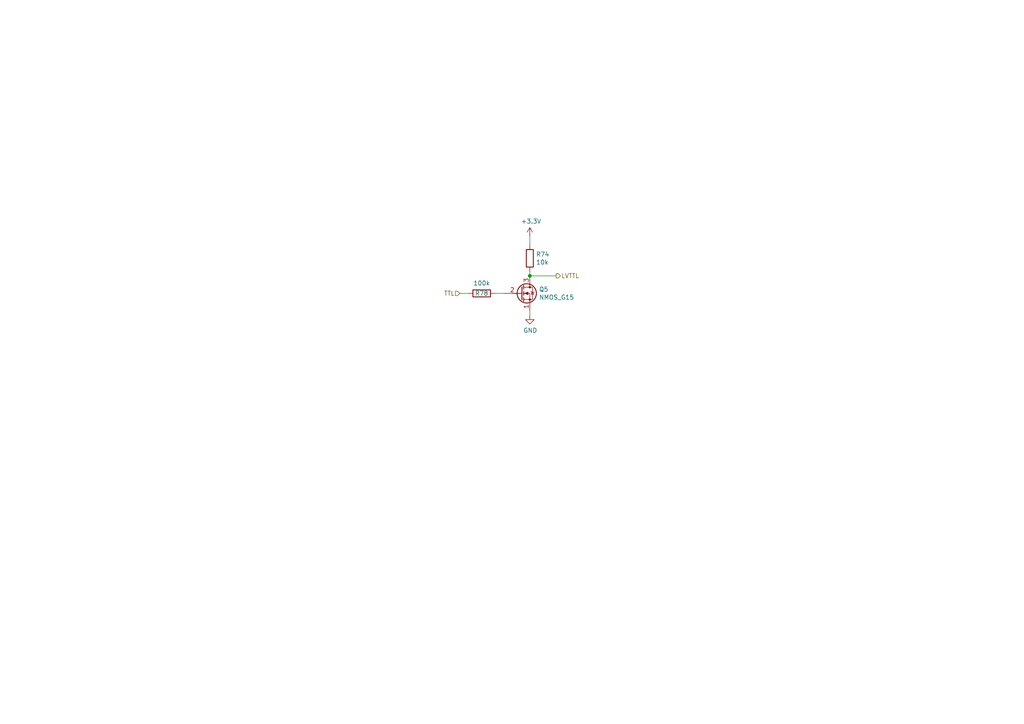
<source format=kicad_sch>
(kicad_sch (version 20211123) (generator eeschema)
  (paper "A4")
  (lib_symbols
    (symbol "Device:Q_NMOS_SGD" (pin_names (offset 0) hide)
      (property "Reference" "Q" (at 5.08 1.27 0))
      (property "Value" "Q_NMOS_SGD" (at 5.08 -1.27 0))
      (symbol "Q_NMOS_SGD_0_1"
        (polyline (pts (xy 0.254 0) (xy -2.54 0)))
        (polyline (pts (xy 0.254 1.905) (xy 0.254 -1.905)) (stroke (width 0.254)))
        (polyline (pts (xy 0.762 -1.27) (xy 0.762 -2.286)) (stroke (width 0.254)))
        (polyline (pts (xy 0.762 0.508) (xy 0.762 -0.508)) (stroke (width 0.254)))
        (polyline (pts (xy 0.762 2.286) (xy 0.762 1.27)) (stroke (width 0.254)))
        (polyline (pts (xy 2.54 2.54) (xy 2.54 1.778)))
        (polyline (pts (xy 2.54 -2.54) (xy 2.54 0) (xy 0.762 0)))
        (polyline (pts (xy 0.762 -1.778) (xy 3.302 -1.778) (xy 3.302 1.778) (xy 0.762 1.778)))
        (polyline (pts (xy 1.016 0) (xy 2.032 0.381) (xy 2.032 -0.381) (xy 1.016 0)) (fill (type outline)))
        (polyline (pts (xy 2.794 0.508) (xy 2.921 0.381) (xy 3.683 0.381) (xy 3.81 0.254)))
        (polyline (pts (xy 3.302 0.381) (xy 2.921 -0.254) (xy 3.683 -0.254) (xy 3.302 0.381)))
        (circle (center 1.651 0) (radius 2.794) (stroke (width 0.254)))
        (circle (center 2.54 -1.778) (radius 0.254) (fill (type outline)))
        (circle (center 2.54 1.778) (radius 0.254) (fill (type outline)))
      )
      (symbol "Q_NMOS_SGD_1_1"
        (pin passive line (at 2.54 -5.08 90) (length 2.54) (name "S") (number "1"))
        (pin input line (at -5.08 0 0) (length 5.08) (name "G") (number "2"))
        (pin passive line (at 2.54 5.08 270) (length 2.54) (name "D") (number "3"))
      )
    )
    (symbol "Device:R" (pin_numbers hide) (pin_names (offset 0))
      (property "Reference" "R" (at 2.032 0 90))
      (property "Value" "R" (at 0 0 90))
      (symbol "R_0_1"
        (rectangle (start -1.016 -2.54) (end 1.016 2.54) (stroke (width 0.254)))
      )
      (symbol "R_1_1"
        (pin passive line (at 0 3.81 270) (length 1.27) (name "~") (number "1"))
        (pin passive line (at 0 -3.81 90) (length 1.27) (name "~") (number "2"))
      )
    )
    (symbol "power:+3.3V" (power) (pin_names (offset 0))
      (property "Value" "+3.3V" (at 0 3.556 0))
      (symbol "+3.3V_0_1"
        (polyline (pts (xy -0.762 1.27) (xy 0 2.54)))
        (polyline (pts (xy 0 0) (xy 0 2.54)))
        (polyline (pts (xy 0 2.54) (xy 0.762 1.27)))
      )
      (symbol "+3.3V_1_1"
        (pin power_in line (at 0 0 90) (length 0) hide (name "+3.3V") (number "1"))
      )
    )
    (symbol "power:GND" (power) (pin_names (offset 0))
      (property "Value" "GND" (at 0 -3.81 0))
      (symbol "GND_0_1"
        (polyline (pts (xy 0 0) (xy 0 -1.27) (xy 1.27 -1.27) (xy 0 -2.54) (xy -1.27 -1.27) (xy 0 -1.27)))
      )
      (symbol "GND_1_1"
        (pin power_in line (at 0 0 270) (length 0) hide (name "GND") (number "1"))
      )
    )
  )
  (junction (at 153.67 80.01))
  (wire (pts (xy 161.29 80.01) (xy 153.67 80.01)))
  (wire (pts (xy 133.35 85.09) (xy 135.89 85.09)))
  (wire (pts (xy 153.67 91.44) (xy 153.67 90.17)))
  (wire (pts (xy 153.67 78.74) (xy 153.67 80.01)))
  (wire (pts (xy 153.67 71.12) (xy 153.67 68.58)))
  (wire (pts (xy 143.51 85.09) (xy 146.05 85.09)))
  (hierarchical_label "LVTTL" (shape output) (at 161.29 80.01 0))
  (hierarchical_label "TTL" (shape input) (at 133.35 85.09 180))
  (symbol (lib_id "Device:R") (at 153.67 74.93 0) (unit 1)
    (property "Reference" "R74" (at 155.448 73.7616 0) (effects (justify left)))
    (property "Value" "10k" (at 155.448 76.073 0) (effects (justify left)))
  )
  (symbol (lib_id "Device:Q_NMOS_SGD") (at 151.13 85.09 0) (unit 1)
    (property "Reference" "Q5" (at 156.337 83.9216 0) (effects (justify left)))
    (property "Value" "NMOS_G15" (at 156.337 86.233 0) (effects (justify left)))
  )
  (symbol (lib_id "power:GND") (at 153.67 91.44 0) (unit 1)
    (property "Reference" "#PWR?" (effects hide))
    (property "Value" "GND" (at 153.797 95.8342 0))
  )
  (symbol (lib_id "Device:R") (at 139.7 85.09 90) (unit 1)
    (property "Reference" "R78" (at 139.7 85.09 90))
    (property "Value" "100k" (at 139.7 82.1436 90))
  )
  (symbol (lib_id "power:+3.3V") (at 153.67 68.58 0) (unit 1)
    (property "Reference" "#PWR?" (effects hide))
    (property "Value" "+3.3V" (at 154.051 64.1858 0))
  )
)
</source>
